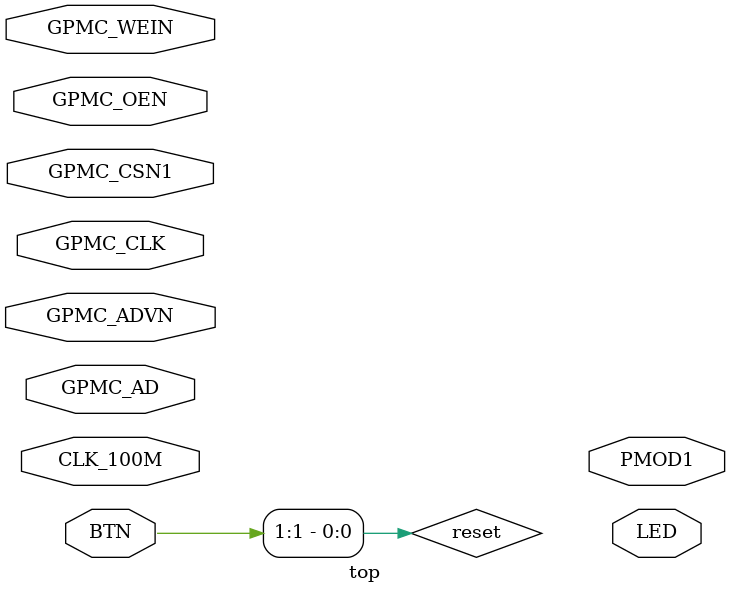
<source format=v>
module top (input         CLK_100M, 
            output [3:0]  LED,
            input  [15:0] GPMC_AD,
            input         GPMC_ADVN,
            input         GPMC_CSN1,
            input         GPMC_WEIN,
            input         GPMC_OEN,
            input         GPMC_CLK,
            input  [1:0]  BTN,
            output [7:0]  PMOD1);


localparam MAX_ADDR_WIDTH = 3;


reg [15:0] address;
reg [MAX_ADDR_WIDTH:0] mem [15:0];
reg [MAX_ADDR_WIDTH:0] offset;
wire reset;

assign reset = BTN[1];

always @ (negedge GPMC_CLK or negedge reset) begin
    if (reset == 1'b0) begin
        //mem <= 0;
        address <= 0;
        offset <= 0;
    end else begin
        if (GPMC_CSN1 == 1'b0) begin
            if (GPMC_ADVN == 1'b0)
                address <= GPMC_AD;
            if (GPMC_WEIN == 1'b0) begin
                mem[address[MAX_ADDR_WIDTH:0] + offset] <= GPMC_AD;
                offset <= offset + 1;
            end
            if (GPMC_OEN == 1'b0) begin
                GPMC_AD <= mem[address[MAX_ADDR_WIDTH:0] + offset];
                offset <= offset + 1;
            end
        end
    end
end
        
endmodule

</source>
